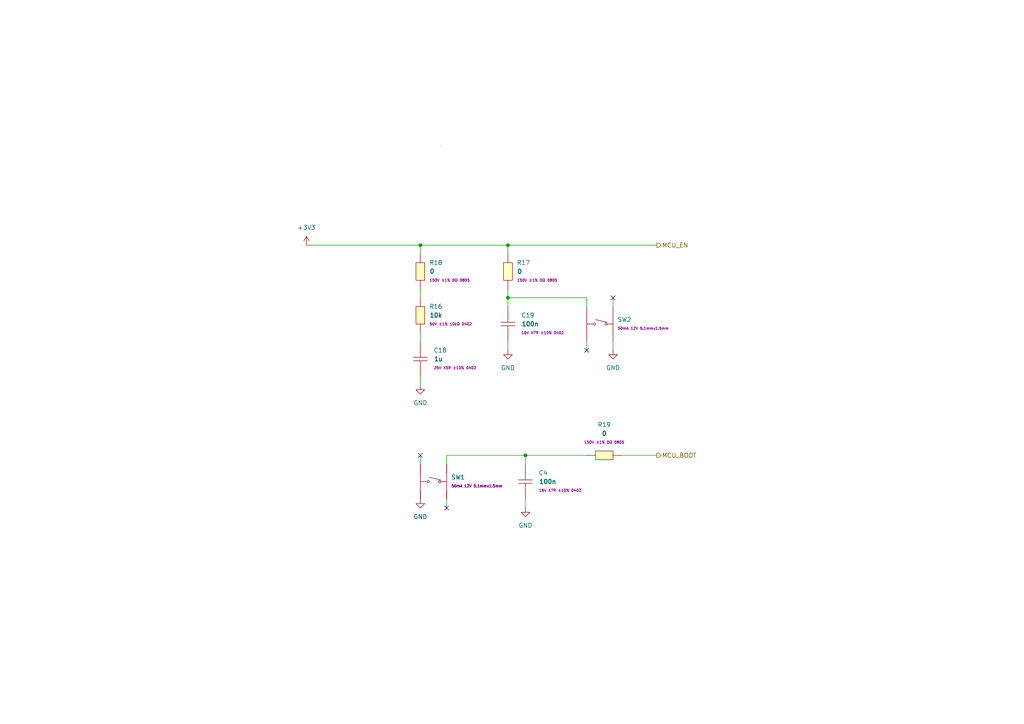
<source format=kicad_sch>
(kicad_sch (version 20231120) (generator "eeschema") (generator_version "8.0")
  (paper "A4")
  (lib_symbols
    (symbol "C_100nF_X7R_0402_1" (pin_numbers hide) (pin_names hide)
      (property "Reference" "C" (at 0 8.89 0))
      (property "Value" "100n" (at 0 6.35 0))
      (property "Extra Values" "16V X7R ±10% 0402" (at 0 3.81 0))
      (symbol "C_100nF_X7R_0402_1_0_1"
        (polyline (pts (xy -2.54 0) (xy -0.51 0)))
        (polyline (pts (xy -0.51 2.03) (xy -0.51 -2.03)))
        (polyline (pts (xy 0.51 0) (xy 2.54 0)))
        (polyline (pts (xy 0.51 2.03) (xy 0.51 -2.03)))
      )
      (symbol "C_100nF_X7R_0402_1_1_1"
        (pin passive line (at -5.08 0 0) (length 2.54) (name "1") (number "1"))
        (pin passive line (at 5.08 0 180) (length 2.54) (name "2") (number "2"))
      )
    )
    (symbol "LiveAstra:C_1uF_X5R_0402" (pin_numbers hide) (pin_names hide)
      (property "Reference" "C" (at 0 8.89 0))
      (property "Value" "1u" (at 0 6.35 0))
      (property "Extra Values" "25V X5R ±10% 0402" (at 0 3.81 0))
      (symbol "C_1uF_X5R_0402_0_1"
        (polyline (pts (xy -0.51 -2.03) (xy -0.51 2.03)))
        (polyline (pts (xy -0.51 0) (xy -2.54 0)))
        (polyline (pts (xy 0.51 2.03) (xy 0.51 -2.03)))
        (polyline (pts (xy 2.54 0) (xy 0.51 0)))
      )
      (symbol "C_1uF_X5R_0402_1_1"
        (pin passive line (at -5.08 0 0) (length 2.54) (name "1") (number "1"))
        (pin passive line (at 5.08 0 180) (length 2.54) (name "2") (number "2"))
      )
    )
    (symbol "LiveAstra:R_0Ohm_0805_125mW" (pin_numbers hide) (pin_names hide)
      (property "Reference" "R" (at 0 7.62 0))
      (property "Value" "0" (at 0 5.08 0))
      (property "Extra Values" "150V ±1% 0Ω 0805" (at 0 2.54 0))
      (symbol "R_0Ohm_0805_125mW_0_1"
        (rectangle (start -2.54 1.27) (end 2.54 -1.27) (fill (type background)))
      )
      (symbol "R_0Ohm_0805_125mW_1_1"
        (pin passive line (at -5.08 0 0) (length 2.54) (name "1") (number "1"))
        (pin passive line (at 5.08 0 180) (length 2.54) (name "2") (number "2"))
      )
    )
    (symbol "LiveAstra:R_10kOhm_0402_62mW" (pin_numbers hide) (pin_names hide)
      (property "Reference" "R" (at 0 7.62 0))
      (property "Value" "10k" (at 0 5.08 0))
      (property "Extra Values" "50V ±1% 10kΩ 0402" (at 0 2.54 0))
      (symbol "R_10kOhm_0402_62mW_0_1"
        (rectangle (start -2.54 1.27) (end 2.54 -1.27) (fill (type background)))
      )
      (symbol "R_10kOhm_0402_62mW_1_1"
        (pin passive line (at -5.08 0 0) (length 2.54) (name "1") (number "1"))
        (pin passive line (at 5.08 0 180) (length 2.54) (name "2") (number "2"))
      )
    )
    (symbol "LiveAstra:TS_Small_Basic" (pin_numbers hide) (pin_names hide)
      (property "Reference" "SW" (at 0 10.16 0))
      (property "Extra Values" "50mA 12V 5.1mmx1.5mm" (at 0 6.35 0))
      (symbol "TS_Small_Basic_0_1"
        (circle (center 0 -2.79) (radius 0.32))
        (polyline (pts (xy -2.54 -5.08) (xy 2.54 -5.08)))
        (polyline (pts (xy -2.54 2.54) (xy 2.54 2.54)))
        (polyline (pts (xy -0.51 0.76) (xy -1.27 -2.54)))
        (polyline (pts (xy 0 -3.3) (xy 0 -5.08)))
        (polyline (pts (xy 0 0.76) (xy 0 2.54)))
        (circle (center 0 0.51) (radius 0.32))
      )
      (symbol "TS_Small_Basic_1_1"
        (pin passive line (at -5.08 2.54 0) (length 2.54) (name "A") (number "1"))
        (pin passive line (at 5.08 2.54 180) (length 2.54) (name "B") (number "2"))
        (pin passive line (at -5.08 -5.08 0) (length 2.54) (name "C") (number "3"))
        (pin passive line (at 5.08 -5.08 180) (length 2.54) (name "D") (number "4"))
      )
    )
    (symbol "power:+3V3" (power) (pin_numbers hide) (pin_names (offset 0) hide)
      (property "Value" "+3V3" (at 0 3.556 0))
      (symbol "+3V3_0_1"
        (polyline (pts (xy -0.762 1.27) (xy 0 2.54)))
        (polyline (pts (xy 0 0) (xy 0 2.54)))
        (polyline (pts (xy 0 2.54) (xy 0.762 1.27)))
      )
      (symbol "+3V3_1_1"
        (pin power_in line (at 0 0 90) (length 0) (name "~") (number "1"))
      )
    )
    (symbol "power:GND" (power) (pin_numbers hide) (pin_names (offset 0) hide)
      (property "Value" "GND" (at 0 -3.81 0))
      (symbol "GND_0_1"
        (polyline (pts (xy 0 0) (xy 0 -1.27) (xy 1.27 -1.27) (xy 0 -2.54) (xy -1.27 -1.27) (xy 0 -1.27)))
      )
      (symbol "GND_1_1"
        (pin power_in line (at 0 0 270) (length 0) (name "~") (number "1"))
      )
    )
  )
  (junction (at 147.32 86.36))
  (junction (at 147.32 71.12))
  (junction (at 121.92 71.12))
  (junction (at 152.4 132.08))
  (no_connect (at 177.8 86.36))
  (no_connect (at 129.54 147.32))
  (no_connect (at 170.18 101.6))
  (no_connect (at 121.92 132.08))
  (wire (pts (xy 129.54 134.62) (xy 129.54 132.08)))
  (wire (pts (xy 152.4 132.08) (xy 170.18 132.08)))
  (wire (pts (xy 170.18 101.6) (xy 170.18 99.06)))
  (wire (pts (xy 147.32 86.36) (xy 147.32 88.9)))
  (wire (pts (xy 121.92 71.12) (xy 147.32 71.12)))
  (wire (pts (xy 147.32 86.36) (xy 170.18 86.36)))
  (wire (pts (xy 152.4 147.32) (xy 152.4 144.78)))
  (wire (pts (xy 129.54 147.32) (xy 129.54 144.78)))
  (wire (pts (xy 180.34 132.08) (xy 190.5 132.08)))
  (wire (pts (xy 147.32 71.12) (xy 190.5 71.12)))
  (wire (pts (xy 121.92 109.22) (xy 121.92 111.76)))
  (wire (pts (xy 147.32 83.82) (xy 147.32 86.36)))
  (wire (pts (xy 170.18 86.36) (xy 170.18 88.9)))
  (wire (pts (xy 147.32 73.66) (xy 147.32 71.12)))
  (wire (pts (xy 129.54 132.08) (xy 152.4 132.08)))
  (polyline (pts (xy 127.9467 42.22) (xy 127.9467 42.22)) (stroke (width -0.0001) (type solid)))
  (wire (pts (xy 152.4 132.08) (xy 152.4 134.62)))
  (wire (pts (xy 121.92 73.66) (xy 121.92 71.12)))
  (wire (pts (xy 88.9 71.12) (xy 121.92 71.12)))
  (wire (pts (xy 121.92 132.08) (xy 121.92 134.62)))
  (wire (pts (xy 121.92 96.52) (xy 121.92 99.06)))
  (wire (pts (xy 177.8 101.6) (xy 177.8 99.06)))
  (wire (pts (xy 121.92 86.36) (xy 121.92 83.82)))
  (wire (pts (xy 177.8 86.36) (xy 177.8 88.9)))
  (wire (pts (xy 147.32 101.6) (xy 147.32 99.06)))
  (text "Information" (at 132.08 45.72 0) (effects (font (size 3 3)) (justify left)))
  (text "To ensure that the power supply to the \nESP32-S3 chip is stable during power-up, it is\nadvised to add an RC delay circuit at the EN pin." (at 125.83 49.47 0) (effects (font (size 1.5 1.5)) (justify left top)))
  (hierarchical_label "MCU_EN" (shape output) (at 190.5 71.12 0))
  (hierarchical_label "MCU_BOOT" (shape output) (at 190.5 132.08 0))
  (symbol (lib_name "C_100nF_X7R_0402_1") (lib_id "LiveAstra:C_100nF_X7R_0402") (at 147.32 93.98 90) (unit 1)
    (property "Reference" "C19" (at 151.13 91.4399 90) (effects (justify right)))
    (property "Value" "100n" (at 151.13 93.98 90) (effects (font (bold yes)) (justify right)))
    (property "Footprint" "LiveAstra:C0402" (effects (hide yes)))
    (property "Datasheet" "https://wmsc.lcsc.com/wmsc/upload/file/pdf/v2/lcsc/2304140030_Samsung-Electro-Mechanics-CL05B104KO5NNNC_C1525.pdf" (effects (hide yes)))
    (property "Description" "Multilayer Ceramic Capacitor" (effects (hide yes)))
    (property "LCSC Part" "C1525" (effects (hide yes)))
    (property "Extra Values" "16V X7R ±10% 0402" (at 151.13 96.5199 90) (effects (font (size 0.762 0.762) (bold yes)) (justify right)))
  )
  (symbol (lib_id "LiveAstra:R_0Ohm_0805_125mW") (at 147.32 78.74 90) (unit 1)
    (property "Reference" "R17" (at 149.86 76.1999 90) (effects (justify right)))
    (property "Value" "0" (at 149.86 78.74 90) (effects (font (bold yes)) (justify right)))
    (property "Footprint" "LiveAstra:R0805" (effects (hide yes)))
    (property "Datasheet" "https://lcsc.com/product-detail/Chip-Resistor-Surface-Mount-UniOhm_0R-0R0-1_C17477.html" (effects (hide yes)))
    (property "Description" "Thick Film Resistors" (effects (hide yes)))
    (property "LCSC Part" "C17477" (effects (hide yes)))
    (property "Extra Values" "150V ±1% 0Ω 0805" (at 149.86 81.2799 90) (effects (font (size 0.762 0.762) (bold yes)) (justify right)))
  )
  (symbol (lib_id "power:GND") (at 121.92 144.78 0) (unit 1)
    (property "Reference" "#PWR076" (effects (hide yes)))
    (property "Value" "GND" (at 121.92 149.86 0))
    (property "Description" "Power symbol creates a global label with name \"GND\" , ground" (effects (hide yes)))
  )
  (symbol (lib_id "power:GND") (at 147.32 101.6 0) (unit 1)
    (property "Reference" "#PWR055" (effects (hide yes)))
    (property "Value" "GND" (at 147.32 106.68 0))
    (property "Description" "Power symbol creates a global label with name \"GND\" , ground" (effects (hide yes)))
  )
  (symbol (lib_id "power:+3V3") (at 88.9 71.12 0) (unit 1)
    (property "Reference" "#PWR053" (effects (hide yes)))
    (property "Value" "+3V3" (at 88.9 66.04 0))
    (property "Description" "Power symbol creates a global label with name \"+3V3\"" (effects (hide yes)))
  )
  (symbol (lib_id "LiveAstra:R_0Ohm_0805_125mW") (at 175.26 132.08 180) (unit 1)
    (property "Reference" "R19" (at 175.26 123.19 0))
    (property "Value" "0" (at 175.26 125.73 0) (effects (font (bold yes))))
    (property "Footprint" "LiveAstra:R0805" (effects (hide yes)))
    (property "Datasheet" "https://lcsc.com/product-detail/Chip-Resistor-Surface-Mount-UniOhm_0R-0R0-1_C17477.html" (effects (hide yes)))
    (property "Description" "Thick Film Resistors" (effects (hide yes)))
    (property "LCSC Part" "C17477" (effects (hide yes)))
    (property "Extra Values" "150V ±1% 0Ω 0805" (at 175.26 128.27 0) (effects (font (size 0.762 0.762) (bold yes))))
  )
  (symbol (lib_id "LiveAstra:R_0Ohm_0805_125mW") (at 121.92 78.74 90) (unit 1)
    (property "Reference" "R18" (at 124.46 76.1999 90) (effects (justify right)))
    (property "Value" "0" (at 124.46 78.74 90) (effects (font (bold yes)) (justify right)))
    (property "Footprint" "LiveAstra:R0805" (effects (hide yes)))
    (property "Datasheet" "https://lcsc.com/product-detail/Chip-Resistor-Surface-Mount-UniOhm_0R-0R0-1_C17477.html" (effects (hide yes)))
    (property "Description" "Thick Film Resistors" (effects (hide yes)))
    (property "LCSC Part" "C17477" (effects (hide yes)))
    (property "Extra Values" "150V ±1% 0Ω 0805" (at 124.46 81.2799 90) (effects (font (size 0.762 0.762) (bold yes)) (justify right)))
  )
  (symbol (lib_id "power:GND") (at 152.4 147.32 0) (unit 1)
    (property "Reference" "#PWR075" (effects (hide yes)))
    (property "Value" "GND" (at 152.4 152.4 0))
    (property "Description" "Power symbol creates a global label with name \"GND\" , ground" (effects (hide yes)))
  )
  (symbol (lib_id "power:GND") (at 177.8 101.6 0) (unit 1)
    (property "Reference" "#PWR056" (effects (hide yes)))
    (property "Value" "GND" (at 177.8 106.68 0))
    (property "Description" "Power symbol creates a global label with name \"GND\" , ground" (effects (hide yes)))
  )
  (symbol (lib_id "LiveAstra:R_10kOhm_0402_62mW") (at 121.92 91.44 90) (unit 1)
    (property "Reference" "R16" (at 124.46 88.8999 90) (effects (justify right)))
    (property "Value" "10k" (at 124.46 91.44 90) (effects (font (bold yes)) (justify right)))
    (property "Footprint" "LiveAstra:R0402" (effects (hide yes)))
    (property "Datasheet" "https://wmsc.lcsc.com/wmsc/upload/file/pdf/v2/lcsc/2206010100_UNI-ROYAL-Uniroyal-Elec-0402WGF1002TCE_C25744.pdf" (effects (hide yes)))
    (property "Description" "Thick Film Resistors" (effects (hide yes)))
    (property "LCSC Part" "C25744" (effects (hide yes)))
    (property "Extra Values" "50V ±1% 10kΩ 0402" (at 124.46 93.9799 90) (effects (font (size 0.762 0.762) (bold yes)) (justify right)))
  )
  (symbol (lib_id "LiveAstra:TS_Small_Basic") (at 175.26 93.98 270) (unit 1)
    (property "Reference" "SW2" (at 179.07 92.7099 90) (effects (justify left)))
    (property "Value" "TS_Basic_Small" (effects (hide yes)))
    (property "Footprint" "LiveAstra:SW-SMD_4P-L5.1-W5.1-P3.70-LS6.5-TL-2" (effects (hide yes)))
    (property "Datasheet" "https://lcsc.com/product-detail/Tactile-Switches_XKB-Enterprise-TS-1187-B-A-A_C318884.html" (effects (hide yes)))
    (property "Description" "50mA 5.1mm 100,000 Times 160gf 12V 5.1mm 1.5mm Round Button Brick nogging SPST SMD Tactile Switches ROHS" (effects (hide yes)))
    (property "LCSC Part" "C318884" (effects (hide yes)))
    (property "Extra Values" "50mA 12V 5.1mmx1.5mm" (at 179.07 95.2499 90) (effects (font (size 0.762 0.762) (bold yes)) (justify left)))
  )
  (symbol (lib_name "C_100nF_X7R_0402_1") (lib_id "LiveAstra:C_100nF_X7R_0402") (at 152.4 139.7 270) (unit 1)
    (property "Reference" "C4" (at 156.21 137.1599 90) (effects (justify left)))
    (property "Value" "100n" (at 156.21 139.7 90) (effects (font (bold yes)) (justify left)))
    (property "Footprint" "LiveAstra:C0402" (effects (hide yes)))
    (property "Datasheet" "https://wmsc.lcsc.com/wmsc/upload/file/pdf/v2/lcsc/2304140030_Samsung-Electro-Mechanics-CL05B104KO5NNNC_C1525.pdf" (effects (hide yes)))
    (property "Description" "Multilayer Ceramic Capacitor" (effects (hide yes)))
    (property "LCSC Part" "C1525" (effects (hide yes)))
    (property "Extra Values" "16V X7R ±10% 0402" (at 156.21 142.2399 90) (effects (font (size 0.762 0.762) (bold yes)) (justify left)))
  )
  (symbol (lib_id "power:GND") (at 121.92 111.76 0) (unit 1)
    (property "Reference" "#PWR054" (effects (hide yes)))
    (property "Value" "GND" (at 121.92 116.84 0))
    (property "Description" "Power symbol creates a global label with name \"GND\" , ground" (effects (hide yes)))
  )
  (symbol (lib_id "LiveAstra:C_1uF_X5R_0402") (at 121.92 104.14 90) (unit 1)
    (property "Reference" "C18" (at 125.73 101.5999 90) (effects (justify right)))
    (property "Value" "1u" (at 125.73 104.14 90) (effects (font (bold yes)) (justify right)))
    (property "Footprint" "LiveAstra:C0402" (effects (hide yes)))
    (property "Datasheet" "https://lcsc.com/product-detail/Multilayer-Ceramic-Capacitors-MLCC-SMD-SMT_SAMSUNG_CL05A105KA5NQNC_1uF-105-10-25V_C52923.html" (effects (hide yes)))
    (property "Description" "Multilayer Ceramic Capacitor" (effects (hide yes)))
    (property "LCSC Part" "C52923" (effects (hide yes)))
    (property "Extra Values" "25V X5R ±10% 0402" (at 125.73 106.6799 90) (effects (font (size 0.762 0.762) (bold yes)) (justify right)))
  )
  (symbol (lib_id "LiveAstra:TS_Small_Basic") (at 127 139.7 270) (unit 1)
    (property "Reference" "SW1" (at 130.81 138.4299 90) (effects (justify left)))
    (property "Value" "TS_Basic_Small" (effects (hide yes)))
    (property "Footprint" "LiveAstra:SW-SMD_4P-L5.1-W5.1-P3.70-LS6.5-TL-2" (effects (hide yes)))
    (property "Datasheet" "https://lcsc.com/product-detail/Tactile-Switches_XKB-Enterprise-TS-1187-B-A-A_C318884.html" (effects (hide yes)))
    (property "Description" "50mA 5.1mm 100,000 Times 160gf 12V 5.1mm 1.5mm Round Button Brick nogging SPST SMD Tactile Switches ROHS" (effects (hide yes)))
    (property "LCSC Part" "C318884" (effects (hide yes)))
    (property "Extra Values" "50mA 12V 5.1mmx1.5mm" (at 130.81 140.9699 90) (effects (font (size 0.762 0.762) (bold yes)) (justify left)))
  )
)
</source>
